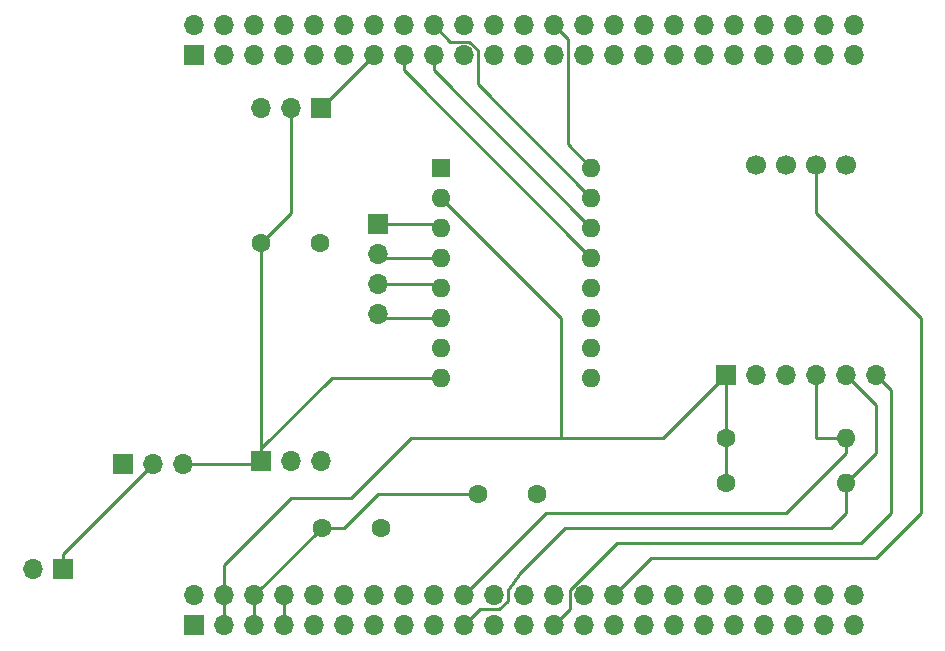
<source format=gtl>
%TF.GenerationSoftware,KiCad,Pcbnew,(6.0.9)*%
%TF.CreationDate,2023-01-03T12:12:29-05:00*%
%TF.ProjectId,cape,63617065-2e6b-4696-9361-645f70636258,1.4*%
%TF.SameCoordinates,Original*%
%TF.FileFunction,Copper,L1,Top*%
%TF.FilePolarity,Positive*%
%FSLAX46Y46*%
G04 Gerber Fmt 4.6, Leading zero omitted, Abs format (unit mm)*
G04 Created by KiCad (PCBNEW (6.0.9)) date 2023-01-03 12:12:29*
%MOMM*%
%LPD*%
G01*
G04 APERTURE LIST*
%TA.AperFunction,ComponentPad*%
%ADD10R,1.700000X1.700000*%
%TD*%
%TA.AperFunction,ComponentPad*%
%ADD11O,1.700000X1.700000*%
%TD*%
%TA.AperFunction,ComponentPad*%
%ADD12C,1.700000*%
%TD*%
%TA.AperFunction,ComponentPad*%
%ADD13C,1.600000*%
%TD*%
%TA.AperFunction,ComponentPad*%
%ADD14O,1.600000X1.600000*%
%TD*%
%TA.AperFunction,ComponentPad*%
%ADD15R,1.600000X1.600000*%
%TD*%
%TA.AperFunction,Conductor*%
%ADD16C,0.250000*%
%TD*%
G04 APERTURE END LIST*
D10*
X121902500Y-64515000D03*
D11*
X124442500Y-64515000D03*
X126982500Y-64515000D03*
X129522500Y-64515000D03*
X132062500Y-64515000D03*
X134602500Y-64515000D03*
D12*
X124442500Y-46735000D03*
X126982500Y-46735000D03*
X129522500Y-46735000D03*
X132062500Y-46735000D03*
D10*
X76817500Y-37457500D03*
D11*
X76817500Y-34917500D03*
X79357500Y-37457500D03*
X79357500Y-34917500D03*
X81897500Y-37457500D03*
X81897500Y-34917500D03*
X84437500Y-37457500D03*
X84437500Y-34917500D03*
X86977500Y-37457500D03*
X86977500Y-34917500D03*
X89517500Y-37457500D03*
X89517500Y-34917500D03*
X92057500Y-37457500D03*
X92057500Y-34917500D03*
X94597500Y-37457500D03*
X94597500Y-34917500D03*
X97137500Y-37457500D03*
X97137500Y-34917500D03*
X99677500Y-37457500D03*
X99677500Y-34917500D03*
X102217500Y-37457500D03*
X102217500Y-34917500D03*
X104757500Y-37457500D03*
X104757500Y-34917500D03*
X107297500Y-37457500D03*
X107297500Y-34917500D03*
X109837500Y-37457500D03*
X109837500Y-34917500D03*
X112377500Y-37457500D03*
X112377500Y-34917500D03*
X114917500Y-37457500D03*
X114917500Y-34917500D03*
X117457500Y-37457500D03*
X117457500Y-34917500D03*
X119997500Y-37457500D03*
X119997500Y-34917500D03*
X122537500Y-37457500D03*
X122537500Y-34917500D03*
X125077500Y-37457500D03*
X125077500Y-34917500D03*
X127617500Y-37457500D03*
X127617500Y-34917500D03*
X130157500Y-37457500D03*
X130157500Y-34917500D03*
X132697500Y-37457500D03*
X132697500Y-34917500D03*
D10*
X76817500Y-85717500D03*
D11*
X76817500Y-83177500D03*
X79357500Y-85717500D03*
X79357500Y-83177500D03*
X81897500Y-85717500D03*
X81897500Y-83177500D03*
X84437500Y-85717500D03*
X84437500Y-83177500D03*
X86977500Y-85717500D03*
X86977500Y-83177500D03*
X89517500Y-85717500D03*
X89517500Y-83177500D03*
X92057500Y-85717500D03*
X92057500Y-83177500D03*
X94597500Y-85717500D03*
X94597500Y-83177500D03*
X97137500Y-85717500D03*
X97137500Y-83177500D03*
X99677500Y-85717500D03*
X99677500Y-83177500D03*
X102217500Y-85717500D03*
X102217500Y-83177500D03*
X104757500Y-85717500D03*
X104757500Y-83177500D03*
X107297500Y-85717500D03*
X107297500Y-83177500D03*
X109837500Y-85717500D03*
X109837500Y-83177500D03*
X112377500Y-85717500D03*
X112377500Y-83177500D03*
X114917500Y-85717500D03*
X114917500Y-83177500D03*
X117457500Y-85717500D03*
X117457500Y-83177500D03*
X119997500Y-85717500D03*
X119997500Y-83177500D03*
X122537500Y-85717500D03*
X122537500Y-83177500D03*
X125077500Y-85717500D03*
X125077500Y-83177500D03*
X127617500Y-85717500D03*
X127617500Y-83177500D03*
X130157500Y-85717500D03*
X130157500Y-83177500D03*
X132697500Y-85717500D03*
X132697500Y-83177500D03*
D13*
X121902500Y-69842500D03*
D14*
X132062500Y-69842500D03*
D15*
X97782500Y-46982500D03*
D14*
X97782500Y-49522500D03*
X97782500Y-52062500D03*
X97782500Y-54602500D03*
X97782500Y-57142500D03*
X97782500Y-59682500D03*
X97782500Y-62222500D03*
X97782500Y-64762500D03*
X110482500Y-64762500D03*
X110482500Y-62222500D03*
X110482500Y-59682500D03*
X110482500Y-57142500D03*
X110482500Y-54602500D03*
X110482500Y-52062500D03*
X110482500Y-49522500D03*
X110482500Y-46982500D03*
D13*
X87652500Y-77462500D03*
X92652500Y-77462500D03*
X100903600Y-74549200D03*
X105903600Y-74549200D03*
D10*
X70790000Y-72060000D03*
D11*
X73330000Y-72060000D03*
X75870000Y-72060000D03*
D13*
X82532500Y-53332500D03*
X87532500Y-53332500D03*
D10*
X82532500Y-71830000D03*
D11*
X85072500Y-71830000D03*
X87612500Y-71830000D03*
D10*
X92405000Y-51740000D03*
D11*
X92405000Y-54280000D03*
X92405000Y-56820000D03*
X92405000Y-59360000D03*
D13*
X121902500Y-73652500D03*
D14*
X132062500Y-73652500D03*
D10*
X65710000Y-80950000D03*
D11*
X63170000Y-80950000D03*
D10*
X87597500Y-41927500D03*
D11*
X85057500Y-41927500D03*
X82517500Y-41927500D03*
D16*
X108472500Y-36092500D02*
X107297500Y-34917500D01*
X108472500Y-44972500D02*
X108472500Y-36092500D01*
X110482500Y-46982500D02*
X108472500Y-44972500D01*
X82532500Y-70730000D02*
X88500000Y-64762500D01*
X100852500Y-39892500D02*
X100852500Y-36970799D01*
X110482500Y-49522500D02*
X100852500Y-39892500D01*
X100164201Y-36282500D02*
X98502500Y-36282500D01*
X98502500Y-36282500D02*
X97137500Y-34917500D01*
X100852500Y-36970799D02*
X100164201Y-36282500D01*
X110482500Y-52062500D02*
X97137500Y-38717500D01*
X97137500Y-38717500D02*
X97137500Y-37457500D01*
X94597500Y-38717500D02*
X110482500Y-54602500D01*
X94597500Y-37457500D02*
X94597500Y-38717500D01*
X87597500Y-41927500D02*
X87597500Y-41917500D01*
X87597500Y-41917500D02*
X92057500Y-37457500D01*
X106662500Y-76192500D02*
X126982500Y-76192500D01*
X99677500Y-83177500D02*
X106662500Y-76192500D01*
X126982500Y-76192500D02*
X132062500Y-71112500D01*
X132062500Y-69842500D02*
X129522500Y-69842500D01*
X132062500Y-71112500D02*
X132062500Y-69842500D01*
X129522500Y-69842500D02*
X129522500Y-64515000D01*
X103392500Y-82690799D02*
X103392500Y-83664201D01*
X104466650Y-81272500D02*
X103392500Y-82690799D01*
X102704201Y-84352500D02*
X101042500Y-84352500D01*
X134602500Y-71112500D02*
X134602500Y-67055000D01*
X132062500Y-73652500D02*
X134602500Y-71112500D01*
X132062500Y-73652500D02*
X132062500Y-76192500D01*
X101042500Y-84352500D02*
X99677500Y-85717500D01*
X132062500Y-76192500D02*
X130792500Y-77462500D01*
X108276650Y-77462500D02*
X104466650Y-81272500D01*
X134602500Y-67055000D02*
X132062500Y-64515000D01*
X130792500Y-77462500D02*
X108276650Y-77462500D01*
X103392500Y-83664201D02*
X102704201Y-84352500D01*
X81937500Y-83177500D02*
X81897500Y-83177500D01*
X81897500Y-83177500D02*
X81897500Y-85717500D01*
X87652500Y-77462500D02*
X81937500Y-83177500D01*
X92430800Y-74549200D02*
X100903600Y-74549200D01*
X87652500Y-77462500D02*
X89517500Y-77462500D01*
X89517500Y-77462500D02*
X92430800Y-74549200D01*
X134602500Y-80002500D02*
X138412500Y-76192500D01*
X112377500Y-83177500D02*
X115552500Y-80002500D01*
X138412500Y-76192500D02*
X138412500Y-59682500D01*
X129522500Y-50792500D02*
X129522500Y-46735000D01*
X115552500Y-80002500D02*
X134602500Y-80002500D01*
X138412500Y-59682500D02*
X129522500Y-50792500D01*
X108662500Y-84352500D02*
X108662500Y-82690799D01*
X108662500Y-82690799D02*
X112620799Y-78732500D01*
X133332500Y-78732500D02*
X135872500Y-76192500D01*
X107297500Y-85717500D02*
X108662500Y-84352500D01*
X135872500Y-65785000D02*
X134602500Y-64515000D01*
X135872500Y-76192500D02*
X135872500Y-65785000D01*
X112620799Y-78732500D02*
X133332500Y-78732500D01*
X84437500Y-83177500D02*
X84437500Y-85717500D01*
X85072500Y-74922500D02*
X79357500Y-80637500D01*
X121902500Y-64515000D02*
X116575000Y-69842500D01*
X79357500Y-80637500D02*
X79357500Y-83177500D01*
X90152500Y-74922500D02*
X85072500Y-74922500D01*
X95232500Y-69842500D02*
X90152500Y-74922500D01*
X116575000Y-69842500D02*
X107932500Y-69842500D01*
X121902500Y-64515000D02*
X121902500Y-69842500D01*
X107932500Y-59672500D02*
X97782500Y-49522500D01*
X107932500Y-69842500D02*
X95232500Y-69842500D01*
X121902500Y-73652500D02*
X121902500Y-69842500D01*
X107932500Y-69842500D02*
X107932500Y-59672500D01*
X79357500Y-83177500D02*
X79357500Y-85717500D01*
X85057500Y-41927500D02*
X85057500Y-50807500D01*
X82532500Y-71830000D02*
X82532500Y-63492500D01*
X82302500Y-72060000D02*
X82532500Y-71830000D01*
X75870000Y-72060000D02*
X82302500Y-72060000D01*
X97782500Y-64762500D02*
X88500000Y-64762500D01*
X82532500Y-63492500D02*
X82532500Y-53332500D01*
X85057500Y-50807500D02*
X82532500Y-53332500D01*
X82532500Y-71830000D02*
X82532500Y-70730000D01*
X65710000Y-80950000D02*
X65710000Y-79680000D01*
X65710000Y-79680000D02*
X73330000Y-72060000D01*
X92405000Y-51740000D02*
X97460000Y-51740000D01*
X97460000Y-51740000D02*
X97782500Y-52062500D01*
X92727500Y-54602500D02*
X92405000Y-54280000D01*
X97782500Y-54602500D02*
X92727500Y-54602500D01*
X97460000Y-56820000D02*
X97782500Y-57142500D01*
X92405000Y-56820000D02*
X97460000Y-56820000D01*
X97782500Y-59682500D02*
X92727500Y-59682500D01*
X92727500Y-59682500D02*
X92405000Y-59360000D01*
M02*

</source>
